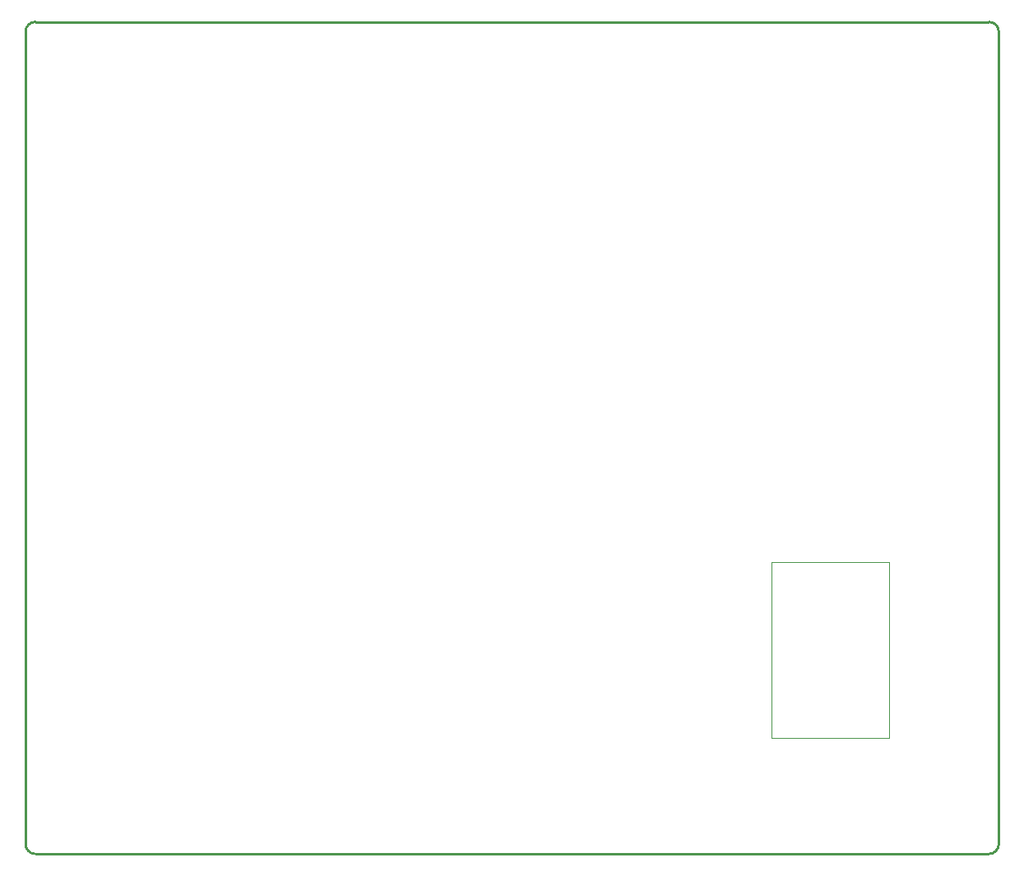
<source format=gbr>
%TF.GenerationSoftware,KiCad,Pcbnew,7.0.6*%
%TF.CreationDate,2024-04-07T14:57:10-04:00*%
%TF.ProjectId,mainbox,6d61696e-626f-4782-9e6b-696361645f70,rev?*%
%TF.SameCoordinates,Original*%
%TF.FileFunction,Profile,NP*%
%FSLAX46Y46*%
G04 Gerber Fmt 4.6, Leading zero omitted, Abs format (unit mm)*
G04 Created by KiCad (PCBNEW 7.0.6) date 2024-04-07 14:57:10*
%MOMM*%
%LPD*%
G01*
G04 APERTURE LIST*
%TA.AperFunction,Profile*%
%ADD10C,0.250000*%
%TD*%
%TA.AperFunction,Profile*%
%ADD11C,0.100000*%
%TD*%
G04 APERTURE END LIST*
D10*
X223873000Y-48514000D02*
G75*
G03*
X222873000Y-47514000I-1000000J0D01*
G01*
X123703000Y-132239000D02*
G75*
G03*
X124703000Y-133239000I1000000J0D01*
G01*
X223873000Y-132239000D02*
X223873000Y-48514000D01*
X123703000Y-48514000D02*
X123703000Y-132239000D01*
X222873000Y-133239000D02*
G75*
G03*
X223873000Y-132239000I0J1000000D01*
G01*
X222873000Y-47514000D02*
X124703000Y-47514000D01*
X124703000Y-133239000D02*
X222873000Y-133239000D01*
D11*
X200470000Y-103180000D02*
X212550000Y-103180000D01*
X212550000Y-121250000D01*
X200470000Y-121250000D01*
X200470000Y-103180000D01*
D10*
X124703000Y-47514000D02*
G75*
G03*
X123703000Y-48514000I0J-1000000D01*
G01*
M02*

</source>
